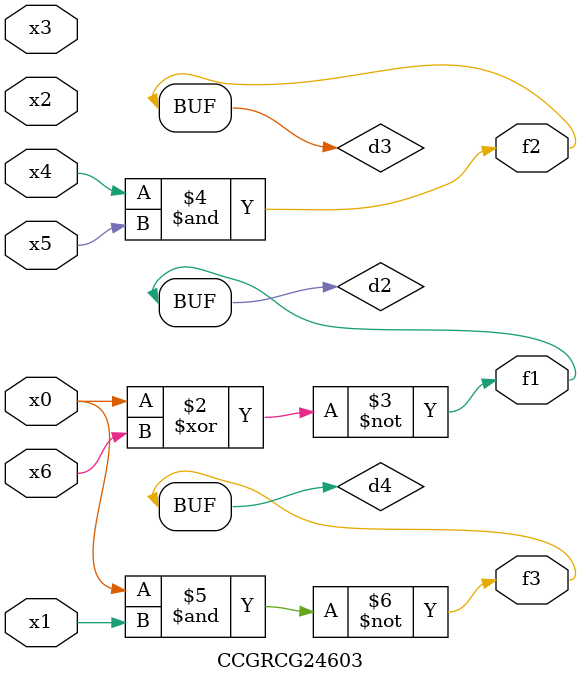
<source format=v>
module CCGRCG24603(
	input x0, x1, x2, x3, x4, x5, x6,
	output f1, f2, f3
);

	wire d1, d2, d3, d4;

	nor (d1, x0);
	xnor (d2, x0, x6);
	and (d3, x4, x5);
	nand (d4, x0, x1);
	assign f1 = d2;
	assign f2 = d3;
	assign f3 = d4;
endmodule

</source>
